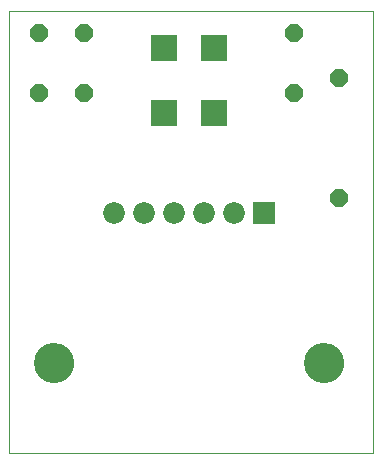
<source format=gts>
G75*
%MOIN*%
%OFA0B0*%
%FSLAX25Y25*%
%IPPOS*%
%LPD*%
%AMOC8*
5,1,8,0,0,1.08239X$1,22.5*
%
%ADD10C,0.00000*%
%ADD11C,0.13398*%
%ADD12OC8,0.06000*%
%ADD13R,0.09068X0.09068*%
%ADD14R,0.07257X0.07257*%
%ADD15C,0.07257*%
D10*
X0003531Y0001800D02*
X0003531Y0149261D01*
X0124732Y0149261D01*
X0124732Y0001800D01*
X0003531Y0001800D01*
X0012232Y0031800D02*
X0012234Y0031958D01*
X0012240Y0032116D01*
X0012250Y0032274D01*
X0012264Y0032432D01*
X0012282Y0032589D01*
X0012303Y0032746D01*
X0012329Y0032902D01*
X0012359Y0033058D01*
X0012392Y0033213D01*
X0012430Y0033366D01*
X0012471Y0033519D01*
X0012516Y0033671D01*
X0012565Y0033822D01*
X0012618Y0033971D01*
X0012674Y0034119D01*
X0012734Y0034265D01*
X0012798Y0034410D01*
X0012866Y0034553D01*
X0012937Y0034695D01*
X0013011Y0034835D01*
X0013089Y0034972D01*
X0013171Y0035108D01*
X0013255Y0035242D01*
X0013344Y0035373D01*
X0013435Y0035502D01*
X0013530Y0035629D01*
X0013627Y0035754D01*
X0013728Y0035876D01*
X0013832Y0035995D01*
X0013939Y0036112D01*
X0014049Y0036226D01*
X0014162Y0036337D01*
X0014277Y0036446D01*
X0014395Y0036551D01*
X0014516Y0036653D01*
X0014639Y0036753D01*
X0014765Y0036849D01*
X0014893Y0036942D01*
X0015023Y0037032D01*
X0015156Y0037118D01*
X0015291Y0037202D01*
X0015427Y0037281D01*
X0015566Y0037358D01*
X0015707Y0037430D01*
X0015849Y0037500D01*
X0015993Y0037565D01*
X0016139Y0037627D01*
X0016286Y0037685D01*
X0016435Y0037740D01*
X0016585Y0037791D01*
X0016736Y0037838D01*
X0016888Y0037881D01*
X0017041Y0037920D01*
X0017196Y0037956D01*
X0017351Y0037987D01*
X0017507Y0038015D01*
X0017663Y0038039D01*
X0017820Y0038059D01*
X0017978Y0038075D01*
X0018135Y0038087D01*
X0018294Y0038095D01*
X0018452Y0038099D01*
X0018610Y0038099D01*
X0018768Y0038095D01*
X0018927Y0038087D01*
X0019084Y0038075D01*
X0019242Y0038059D01*
X0019399Y0038039D01*
X0019555Y0038015D01*
X0019711Y0037987D01*
X0019866Y0037956D01*
X0020021Y0037920D01*
X0020174Y0037881D01*
X0020326Y0037838D01*
X0020477Y0037791D01*
X0020627Y0037740D01*
X0020776Y0037685D01*
X0020923Y0037627D01*
X0021069Y0037565D01*
X0021213Y0037500D01*
X0021355Y0037430D01*
X0021496Y0037358D01*
X0021635Y0037281D01*
X0021771Y0037202D01*
X0021906Y0037118D01*
X0022039Y0037032D01*
X0022169Y0036942D01*
X0022297Y0036849D01*
X0022423Y0036753D01*
X0022546Y0036653D01*
X0022667Y0036551D01*
X0022785Y0036446D01*
X0022900Y0036337D01*
X0023013Y0036226D01*
X0023123Y0036112D01*
X0023230Y0035995D01*
X0023334Y0035876D01*
X0023435Y0035754D01*
X0023532Y0035629D01*
X0023627Y0035502D01*
X0023718Y0035373D01*
X0023807Y0035242D01*
X0023891Y0035108D01*
X0023973Y0034972D01*
X0024051Y0034835D01*
X0024125Y0034695D01*
X0024196Y0034553D01*
X0024264Y0034410D01*
X0024328Y0034265D01*
X0024388Y0034119D01*
X0024444Y0033971D01*
X0024497Y0033822D01*
X0024546Y0033671D01*
X0024591Y0033519D01*
X0024632Y0033366D01*
X0024670Y0033213D01*
X0024703Y0033058D01*
X0024733Y0032902D01*
X0024759Y0032746D01*
X0024780Y0032589D01*
X0024798Y0032432D01*
X0024812Y0032274D01*
X0024822Y0032116D01*
X0024828Y0031958D01*
X0024830Y0031800D01*
X0024828Y0031642D01*
X0024822Y0031484D01*
X0024812Y0031326D01*
X0024798Y0031168D01*
X0024780Y0031011D01*
X0024759Y0030854D01*
X0024733Y0030698D01*
X0024703Y0030542D01*
X0024670Y0030387D01*
X0024632Y0030234D01*
X0024591Y0030081D01*
X0024546Y0029929D01*
X0024497Y0029778D01*
X0024444Y0029629D01*
X0024388Y0029481D01*
X0024328Y0029335D01*
X0024264Y0029190D01*
X0024196Y0029047D01*
X0024125Y0028905D01*
X0024051Y0028765D01*
X0023973Y0028628D01*
X0023891Y0028492D01*
X0023807Y0028358D01*
X0023718Y0028227D01*
X0023627Y0028098D01*
X0023532Y0027971D01*
X0023435Y0027846D01*
X0023334Y0027724D01*
X0023230Y0027605D01*
X0023123Y0027488D01*
X0023013Y0027374D01*
X0022900Y0027263D01*
X0022785Y0027154D01*
X0022667Y0027049D01*
X0022546Y0026947D01*
X0022423Y0026847D01*
X0022297Y0026751D01*
X0022169Y0026658D01*
X0022039Y0026568D01*
X0021906Y0026482D01*
X0021771Y0026398D01*
X0021635Y0026319D01*
X0021496Y0026242D01*
X0021355Y0026170D01*
X0021213Y0026100D01*
X0021069Y0026035D01*
X0020923Y0025973D01*
X0020776Y0025915D01*
X0020627Y0025860D01*
X0020477Y0025809D01*
X0020326Y0025762D01*
X0020174Y0025719D01*
X0020021Y0025680D01*
X0019866Y0025644D01*
X0019711Y0025613D01*
X0019555Y0025585D01*
X0019399Y0025561D01*
X0019242Y0025541D01*
X0019084Y0025525D01*
X0018927Y0025513D01*
X0018768Y0025505D01*
X0018610Y0025501D01*
X0018452Y0025501D01*
X0018294Y0025505D01*
X0018135Y0025513D01*
X0017978Y0025525D01*
X0017820Y0025541D01*
X0017663Y0025561D01*
X0017507Y0025585D01*
X0017351Y0025613D01*
X0017196Y0025644D01*
X0017041Y0025680D01*
X0016888Y0025719D01*
X0016736Y0025762D01*
X0016585Y0025809D01*
X0016435Y0025860D01*
X0016286Y0025915D01*
X0016139Y0025973D01*
X0015993Y0026035D01*
X0015849Y0026100D01*
X0015707Y0026170D01*
X0015566Y0026242D01*
X0015427Y0026319D01*
X0015291Y0026398D01*
X0015156Y0026482D01*
X0015023Y0026568D01*
X0014893Y0026658D01*
X0014765Y0026751D01*
X0014639Y0026847D01*
X0014516Y0026947D01*
X0014395Y0027049D01*
X0014277Y0027154D01*
X0014162Y0027263D01*
X0014049Y0027374D01*
X0013939Y0027488D01*
X0013832Y0027605D01*
X0013728Y0027724D01*
X0013627Y0027846D01*
X0013530Y0027971D01*
X0013435Y0028098D01*
X0013344Y0028227D01*
X0013255Y0028358D01*
X0013171Y0028492D01*
X0013089Y0028628D01*
X0013011Y0028765D01*
X0012937Y0028905D01*
X0012866Y0029047D01*
X0012798Y0029190D01*
X0012734Y0029335D01*
X0012674Y0029481D01*
X0012618Y0029629D01*
X0012565Y0029778D01*
X0012516Y0029929D01*
X0012471Y0030081D01*
X0012430Y0030234D01*
X0012392Y0030387D01*
X0012359Y0030542D01*
X0012329Y0030698D01*
X0012303Y0030854D01*
X0012282Y0031011D01*
X0012264Y0031168D01*
X0012250Y0031326D01*
X0012240Y0031484D01*
X0012234Y0031642D01*
X0012232Y0031800D01*
X0102232Y0031800D02*
X0102234Y0031958D01*
X0102240Y0032116D01*
X0102250Y0032274D01*
X0102264Y0032432D01*
X0102282Y0032589D01*
X0102303Y0032746D01*
X0102329Y0032902D01*
X0102359Y0033058D01*
X0102392Y0033213D01*
X0102430Y0033366D01*
X0102471Y0033519D01*
X0102516Y0033671D01*
X0102565Y0033822D01*
X0102618Y0033971D01*
X0102674Y0034119D01*
X0102734Y0034265D01*
X0102798Y0034410D01*
X0102866Y0034553D01*
X0102937Y0034695D01*
X0103011Y0034835D01*
X0103089Y0034972D01*
X0103171Y0035108D01*
X0103255Y0035242D01*
X0103344Y0035373D01*
X0103435Y0035502D01*
X0103530Y0035629D01*
X0103627Y0035754D01*
X0103728Y0035876D01*
X0103832Y0035995D01*
X0103939Y0036112D01*
X0104049Y0036226D01*
X0104162Y0036337D01*
X0104277Y0036446D01*
X0104395Y0036551D01*
X0104516Y0036653D01*
X0104639Y0036753D01*
X0104765Y0036849D01*
X0104893Y0036942D01*
X0105023Y0037032D01*
X0105156Y0037118D01*
X0105291Y0037202D01*
X0105427Y0037281D01*
X0105566Y0037358D01*
X0105707Y0037430D01*
X0105849Y0037500D01*
X0105993Y0037565D01*
X0106139Y0037627D01*
X0106286Y0037685D01*
X0106435Y0037740D01*
X0106585Y0037791D01*
X0106736Y0037838D01*
X0106888Y0037881D01*
X0107041Y0037920D01*
X0107196Y0037956D01*
X0107351Y0037987D01*
X0107507Y0038015D01*
X0107663Y0038039D01*
X0107820Y0038059D01*
X0107978Y0038075D01*
X0108135Y0038087D01*
X0108294Y0038095D01*
X0108452Y0038099D01*
X0108610Y0038099D01*
X0108768Y0038095D01*
X0108927Y0038087D01*
X0109084Y0038075D01*
X0109242Y0038059D01*
X0109399Y0038039D01*
X0109555Y0038015D01*
X0109711Y0037987D01*
X0109866Y0037956D01*
X0110021Y0037920D01*
X0110174Y0037881D01*
X0110326Y0037838D01*
X0110477Y0037791D01*
X0110627Y0037740D01*
X0110776Y0037685D01*
X0110923Y0037627D01*
X0111069Y0037565D01*
X0111213Y0037500D01*
X0111355Y0037430D01*
X0111496Y0037358D01*
X0111635Y0037281D01*
X0111771Y0037202D01*
X0111906Y0037118D01*
X0112039Y0037032D01*
X0112169Y0036942D01*
X0112297Y0036849D01*
X0112423Y0036753D01*
X0112546Y0036653D01*
X0112667Y0036551D01*
X0112785Y0036446D01*
X0112900Y0036337D01*
X0113013Y0036226D01*
X0113123Y0036112D01*
X0113230Y0035995D01*
X0113334Y0035876D01*
X0113435Y0035754D01*
X0113532Y0035629D01*
X0113627Y0035502D01*
X0113718Y0035373D01*
X0113807Y0035242D01*
X0113891Y0035108D01*
X0113973Y0034972D01*
X0114051Y0034835D01*
X0114125Y0034695D01*
X0114196Y0034553D01*
X0114264Y0034410D01*
X0114328Y0034265D01*
X0114388Y0034119D01*
X0114444Y0033971D01*
X0114497Y0033822D01*
X0114546Y0033671D01*
X0114591Y0033519D01*
X0114632Y0033366D01*
X0114670Y0033213D01*
X0114703Y0033058D01*
X0114733Y0032902D01*
X0114759Y0032746D01*
X0114780Y0032589D01*
X0114798Y0032432D01*
X0114812Y0032274D01*
X0114822Y0032116D01*
X0114828Y0031958D01*
X0114830Y0031800D01*
X0114828Y0031642D01*
X0114822Y0031484D01*
X0114812Y0031326D01*
X0114798Y0031168D01*
X0114780Y0031011D01*
X0114759Y0030854D01*
X0114733Y0030698D01*
X0114703Y0030542D01*
X0114670Y0030387D01*
X0114632Y0030234D01*
X0114591Y0030081D01*
X0114546Y0029929D01*
X0114497Y0029778D01*
X0114444Y0029629D01*
X0114388Y0029481D01*
X0114328Y0029335D01*
X0114264Y0029190D01*
X0114196Y0029047D01*
X0114125Y0028905D01*
X0114051Y0028765D01*
X0113973Y0028628D01*
X0113891Y0028492D01*
X0113807Y0028358D01*
X0113718Y0028227D01*
X0113627Y0028098D01*
X0113532Y0027971D01*
X0113435Y0027846D01*
X0113334Y0027724D01*
X0113230Y0027605D01*
X0113123Y0027488D01*
X0113013Y0027374D01*
X0112900Y0027263D01*
X0112785Y0027154D01*
X0112667Y0027049D01*
X0112546Y0026947D01*
X0112423Y0026847D01*
X0112297Y0026751D01*
X0112169Y0026658D01*
X0112039Y0026568D01*
X0111906Y0026482D01*
X0111771Y0026398D01*
X0111635Y0026319D01*
X0111496Y0026242D01*
X0111355Y0026170D01*
X0111213Y0026100D01*
X0111069Y0026035D01*
X0110923Y0025973D01*
X0110776Y0025915D01*
X0110627Y0025860D01*
X0110477Y0025809D01*
X0110326Y0025762D01*
X0110174Y0025719D01*
X0110021Y0025680D01*
X0109866Y0025644D01*
X0109711Y0025613D01*
X0109555Y0025585D01*
X0109399Y0025561D01*
X0109242Y0025541D01*
X0109084Y0025525D01*
X0108927Y0025513D01*
X0108768Y0025505D01*
X0108610Y0025501D01*
X0108452Y0025501D01*
X0108294Y0025505D01*
X0108135Y0025513D01*
X0107978Y0025525D01*
X0107820Y0025541D01*
X0107663Y0025561D01*
X0107507Y0025585D01*
X0107351Y0025613D01*
X0107196Y0025644D01*
X0107041Y0025680D01*
X0106888Y0025719D01*
X0106736Y0025762D01*
X0106585Y0025809D01*
X0106435Y0025860D01*
X0106286Y0025915D01*
X0106139Y0025973D01*
X0105993Y0026035D01*
X0105849Y0026100D01*
X0105707Y0026170D01*
X0105566Y0026242D01*
X0105427Y0026319D01*
X0105291Y0026398D01*
X0105156Y0026482D01*
X0105023Y0026568D01*
X0104893Y0026658D01*
X0104765Y0026751D01*
X0104639Y0026847D01*
X0104516Y0026947D01*
X0104395Y0027049D01*
X0104277Y0027154D01*
X0104162Y0027263D01*
X0104049Y0027374D01*
X0103939Y0027488D01*
X0103832Y0027605D01*
X0103728Y0027724D01*
X0103627Y0027846D01*
X0103530Y0027971D01*
X0103435Y0028098D01*
X0103344Y0028227D01*
X0103255Y0028358D01*
X0103171Y0028492D01*
X0103089Y0028628D01*
X0103011Y0028765D01*
X0102937Y0028905D01*
X0102866Y0029047D01*
X0102798Y0029190D01*
X0102734Y0029335D01*
X0102674Y0029481D01*
X0102618Y0029629D01*
X0102565Y0029778D01*
X0102516Y0029929D01*
X0102471Y0030081D01*
X0102430Y0030234D01*
X0102392Y0030387D01*
X0102359Y0030542D01*
X0102329Y0030698D01*
X0102303Y0030854D01*
X0102282Y0031011D01*
X0102264Y0031168D01*
X0102250Y0031326D01*
X0102240Y0031484D01*
X0102234Y0031642D01*
X0102232Y0031800D01*
D11*
X0108531Y0031800D03*
X0018531Y0031800D03*
D12*
X0013531Y0121800D03*
X0013531Y0141800D03*
X0028531Y0141800D03*
X0028531Y0121800D03*
X0098531Y0121800D03*
X0098531Y0141800D03*
X0113531Y0126800D03*
X0113531Y0086800D03*
D13*
X0071799Y0115146D03*
X0055263Y0115146D03*
X0055263Y0136800D03*
X0071799Y0136800D03*
D14*
X0088531Y0081800D03*
D15*
X0078531Y0081800D03*
X0068531Y0081800D03*
X0058531Y0081800D03*
X0048531Y0081800D03*
X0038531Y0081800D03*
M02*

</source>
